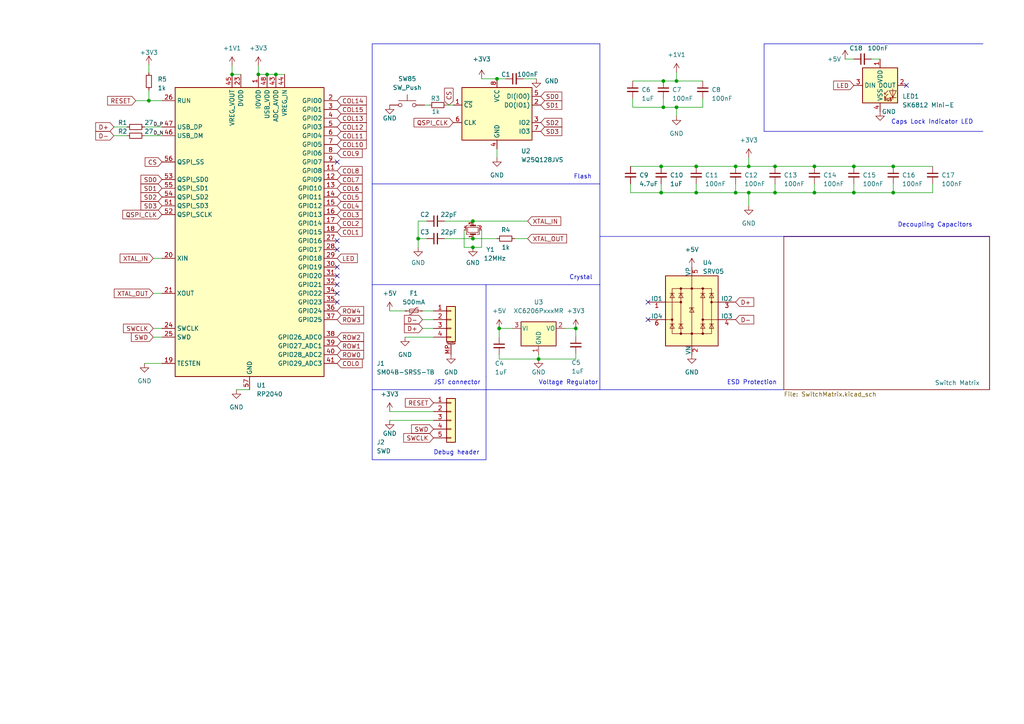
<source format=kicad_sch>
(kicad_sch (version 20230121) (generator eeschema)
  (paper "A4")
  (title_block (title "RPNeko65") (rev "1") (company "Designed by lendun") (comment 1 "MIT License"))
  (lib_symbols
    (symbol "+3V3_1" (power) (pin_names (offset 0))
      (property "Value" "+3V3_1" (at 0 3.556 0))
      (symbol "+3V3_1_0_1"
        (polyline (pts (xy -0.762 1.27) (xy 0 2.54)))
        (polyline (pts (xy 0 0) (xy 0 2.54)))
        (polyline (pts (xy 0 2.54) (xy 0.762 1.27)))
      )
      (symbol "+3V3_1_1_1"
        (pin power_in line (at 0 0 90) (length 0) hide (name "+3V3") (number "1"))
      )
    )
    (symbol "+3V3_2" (power) (pin_names (offset 0))
      (property "Value" "+3V3_2" (at 0 3.556 0))
      (symbol "+3V3_2_0_1"
        (polyline (pts (xy -0.762 1.27) (xy 0 2.54)))
        (polyline (pts (xy 0 0) (xy 0 2.54)))
        (polyline (pts (xy 0 2.54) (xy 0.762 1.27)))
      )
      (symbol "+3V3_2_1_1"
        (pin power_in line (at 0 0 90) (length 0) hide (name "+3V3") (number "1"))
      )
    )
    (symbol "Connector_Generic:Conn_01x05" (pin_names (offset 1.016) hide)
      (property "Reference" "J" (at 0 7.62 0))
      (property "Value" "Conn_01x05" (at 0 -7.62 0))
      (symbol "Conn_01x05_1_1"
        (rectangle (start -1.27 -4.953) (end 0 -5.207) (stroke (width 0.1524)))
        (rectangle (start -1.27 -2.413) (end 0 -2.667) (stroke (width 0.1524)))
        (rectangle (start -1.27 0.127) (end 0 -0.127) (stroke (width 0.1524)))
        (rectangle (start -1.27 2.667) (end 0 2.413) (stroke (width 0.1524)))
        (rectangle (start -1.27 5.207) (end 0 4.953) (stroke (width 0.1524)))
        (rectangle (start -1.27 6.35) (end 1.27 -6.35) (stroke (width 0.254)) (fill (type background)))
        (pin passive line (at -5.08 5.08 0) (length 3.81) (name "Pin_1") (number "1"))
        (pin passive line (at -5.08 2.54 0) (length 3.81) (name "Pin_2") (number "2"))
        (pin passive line (at -5.08 0 0) (length 3.81) (name "Pin_3") (number "3"))
        (pin passive line (at -5.08 -2.54 0) (length 3.81) (name "Pin_4") (number "4"))
        (pin passive line (at -5.08 -5.08 0) (length 3.81) (name "Pin_5") (number "5"))
      )
    )
    (symbol "Connector_Generic_MountingPin:Conn_01x04_MountingPin" (pin_names (offset 1.016) hide)
      (property "Reference" "J" (at 0 5.08 0))
      (property "Value" "Conn_01x04_MountingPin" (at 1.27 -7.62 0))
      (symbol "Conn_01x04_MountingPin_1_1"
        (rectangle (start -1.27 -4.953) (end 0 -5.207) (stroke (width 0.1524)))
        (rectangle (start -1.27 -2.413) (end 0 -2.667) (stroke (width 0.1524)))
        (rectangle (start -1.27 0.127) (end 0 -0.127) (stroke (width 0.1524)))
        (rectangle (start -1.27 2.667) (end 0 2.413) (stroke (width 0.1524)))
        (rectangle (start -1.27 3.81) (end 1.27 -6.35) (stroke (width 0.254)) (fill (type background)))
        (polyline (pts (xy -1.016 -7.112) (xy 1.016 -7.112)) (stroke (width 0.1524)))
        (text "Mounting" (at 0 -6.731 0) (effects (font (size 0.381 0.381))))
        (pin passive line (at -5.08 2.54 0) (length 3.81) (name "Pin_1") (number "1"))
        (pin passive line (at -5.08 0 0) (length 3.81) (name "Pin_2") (number "2"))
        (pin passive line (at -5.08 -2.54 0) (length 3.81) (name "Pin_3") (number "3"))
        (pin passive line (at -5.08 -5.08 0) (length 3.81) (name "Pin_4") (number "4"))
        (pin passive line (at 0 -10.16 90) (length 3.048) (name "MountPin") (number "MP"))
      )
    )
    (symbol "Device:C_Small" (pin_numbers hide) (pin_names (offset 0.254) hide)
      (property "Reference" "C" (at 0.254 1.778 0))
      (property "Value" "C_Small" (at 0.254 -2.032 0))
      (symbol "C_Small_0_1"
        (polyline (pts (xy -1.524 -0.508) (xy 1.524 -0.508)) (stroke (width 0.3302)))
        (polyline (pts (xy -1.524 0.508) (xy 1.524 0.508)) (stroke (width 0.3048)))
      )
      (symbol "C_Small_1_1"
        (pin passive line (at 0 2.54 270) (length 2.032) (name "~") (number "1"))
        (pin passive line (at 0 -2.54 90) (length 2.032) (name "~") (number "2"))
      )
    )
    (symbol "Device:Crystal_GND24_Small" (pin_names (offset 1.016) hide)
      (property "Reference" "Y" (at 1.27 4.445 0))
      (property "Value" "Crystal_GND24_Small" (at 1.27 2.54 0))
      (symbol "Crystal_GND24_Small_0_1"
        (rectangle (start -0.762 -1.524) (end 0.762 1.524))
        (polyline (pts (xy -1.27 -0.762) (xy -1.27 0.762)) (stroke (width 0.381)))
        (polyline (pts (xy 1.27 -0.762) (xy 1.27 0.762)) (stroke (width 0.381)))
        (polyline (pts (xy -1.27 -1.27) (xy -1.27 -1.905) (xy 1.27 -1.905) (xy 1.27 -1.27)))
        (polyline (pts (xy -1.27 1.27) (xy -1.27 1.905) (xy 1.27 1.905) (xy 1.27 1.27)))
      )
      (symbol "Crystal_GND24_Small_1_1"
        (pin passive line (at -2.54 0 0) (length 1.27) (name "1") (number "1"))
        (pin passive line (at 0 -2.54 90) (length 0.635) (name "2") (number "2"))
        (pin passive line (at 2.54 0 180) (length 1.27) (name "3") (number "3"))
        (pin passive line (at 0 2.54 270) (length 0.635) (name "4") (number "4"))
      )
    )
    (symbol "Device:Polyfuse_Small" (pin_numbers hide) (pin_names (offset 0))
      (property "Reference" "F" (at -1.905 0 90))
      (property "Value" "Polyfuse_Small" (at 1.905 0 90))
      (symbol "Polyfuse_Small_0_1"
        (rectangle (start -0.508 1.27) (end 0.508 -1.27))
        (polyline (pts (xy 0 2.54) (xy 0 -2.54)))
        (polyline (pts (xy -1.016 1.27) (xy -1.016 0.762) (xy 1.016 -0.762) (xy 1.016 -1.27)))
      )
      (symbol "Polyfuse_Small_1_1"
        (pin passive line (at 0 2.54 270) (length 0.635) (name "~") (number "1"))
        (pin passive line (at 0 -2.54 90) (length 0.635) (name "~") (number "2"))
      )
    )
    (symbol "Device:R_Small" (pin_numbers hide) (pin_names (offset 0.254) hide)
      (property "Reference" "R" (at 0.762 0.508 0))
      (property "Value" "R_Small" (at 0.762 -1.016 0))
      (symbol "R_Small_0_1"
        (rectangle (start -0.762 1.778) (end 0.762 -1.778) (stroke (width 0.2032)))
      )
      (symbol "R_Small_1_1"
        (pin passive line (at 0 2.54 270) (length 0.762) (name "~") (number "1"))
        (pin passive line (at 0 -2.54 90) (length 0.762) (name "~") (number "2"))
      )
    )
    (symbol "GND_1" (power) (pin_names (offset 0))
      (property "Value" "GND_1" (at 0 -3.81 0))
      (symbol "GND_1_0_1"
        (polyline (pts (xy 0 0) (xy 0 -1.27) (xy 1.27 -1.27) (xy 0 -2.54) (xy -1.27 -1.27) (xy 0 -1.27)))
      )
      (symbol "GND_1_1_1"
        (pin power_in line (at 0 0 270) (length 0) hide (name "GND") (number "1"))
      )
    )
    (symbol "GND_2" (power) (pin_names (offset 0))
      (property "Value" "GND_2" (at 0 -3.81 0))
      (symbol "GND_2_0_1"
        (polyline (pts (xy 0 0) (xy 0 -1.27) (xy 1.27 -1.27) (xy 0 -2.54) (xy -1.27 -1.27) (xy 0 -1.27)))
      )
      (symbol "GND_2_1_1"
        (pin power_in line (at 0 0 270) (length 0) hide (name "GND") (number "1"))
      )
    )
    (symbol "MCU_RaspberryPi:RP2040"
      (property "Reference" "U" (at 17.78 45.72 0))
      (property "Value" "RP2040" (at 17.78 43.18 0))
      (symbol "RP2040_0_1"
        (rectangle (start -21.59 41.91) (end 21.59 -41.91) (stroke (width 0.254)) (fill (type background)))
      )
      (symbol "RP2040_1_1"
        (pin power_in line (at 2.54 45.72 270) (length 3.81) (name "IOVDD") (number "1"))
        (pin passive line (at 2.54 45.72 270) (length 3.81) hide (name "IOVDD") (number "10"))
        (pin bidirectional line (at 25.4 17.78 180) (length 3.81) (name "GPIO8") (number "11"))
        (pin bidirectional line (at 25.4 15.24 180) (length 3.81) (name "GPIO9") (number "12"))
        (pin bidirectional line (at 25.4 12.7 180) (length 3.81) (name "GPIO10") (number "13"))
        (pin bidirectional line (at 25.4 10.16 180) (length 3.81) (name "GPIO11") (number "14"))
        (pin bidirectional line (at 25.4 7.62 180) (length 3.81) (name "GPIO12") (number "15"))
        (pin bidirectional line (at 25.4 5.08 180) (length 3.81) (name "GPIO13") (number "16"))
        (pin bidirectional line (at 25.4 2.54 180) (length 3.81) (name "GPIO14") (number "17"))
        (pin bidirectional line (at 25.4 0 180) (length 3.81) (name "GPIO15") (number "18"))
        (pin input line (at -25.4 -38.1 0) (length 3.81) (name "TESTEN") (number "19"))
        (pin bidirectional line (at 25.4 38.1 180) (length 3.81) (name "GPIO0") (number "2"))
        (pin input line (at -25.4 -7.62 0) (length 3.81) (name "XIN") (number "20"))
        (pin passive line (at -25.4 -17.78 0) (length 3.81) (name "XOUT") (number "21"))
        (pin passive line (at 2.54 45.72 270) (length 3.81) hide (name "IOVDD") (number "22"))
        (pin power_in line (at -2.54 45.72 270) (length 3.81) (name "DVDD") (number "23"))
        (pin output line (at -25.4 -27.94 0) (length 3.81) (name "SWCLK") (number "24"))
        (pin bidirectional line (at -25.4 -30.48 0) (length 3.81) (name "SWD") (number "25"))
        (pin input line (at -25.4 38.1 0) (length 3.81) (name "RUN") (number "26"))
        (pin bidirectional line (at 25.4 -2.54 180) (length 3.81) (name "GPIO16") (number "27"))
        (pin bidirectional line (at 25.4 -5.08 180) (length 3.81) (name "GPIO17") (number "28"))
        (pin bidirectional line (at 25.4 -7.62 180) (length 3.81) (name "GPIO18") (number "29"))
        (pin bidirectional line (at 25.4 35.56 180) (length 3.81) (name "GPIO1") (number "3"))
        (pin bidirectional line (at 25.4 -10.16 180) (length 3.81) (name "GPIO19") (number "30"))
        (pin bidirectional line (at 25.4 -12.7 180) (length 3.81) (name "GPIO20") (number "31"))
        (pin bidirectional line (at 25.4 -15.24 180) (length 3.81) (name "GPIO21") (number "32"))
        (pin passive line (at 2.54 45.72 270) (length 3.81) hide (name "IOVDD") (number "33"))
        (pin bidirectional line (at 25.4 -17.78 180) (length 3.81) (name "GPIO22") (number "34"))
        (pin bidirectional line (at 25.4 -20.32 180) (length 3.81) (name "GPIO23") (number "35"))
        (pin bidirectional line (at 25.4 -22.86 180) (length 3.81) (name "GPIO24") (number "36"))
        (pin bidirectional line (at 25.4 -25.4 180) (length 3.81) (name "GPIO25") (number "37"))
        (pin bidirectional line (at 25.4 -30.48 180) (length 3.81) (name "GPIO26_ADC0") (number "38"))
        (pin bidirectional line (at 25.4 -33.02 180) (length 3.81) (name "GPIO27_ADC1") (number "39"))
        (pin bidirectional line (at 25.4 33.02 180) (length 3.81) (name "GPIO2") (number "4"))
        (pin bidirectional line (at 25.4 -35.56 180) (length 3.81) (name "GPIO28_ADC2") (number "40"))
        (pin bidirectional line (at 25.4 -38.1 180) (length 3.81) (name "GPIO29_ADC3") (number "41"))
        (pin passive line (at 2.54 45.72 270) (length 3.81) hide (name "IOVDD") (number "42"))
        (pin power_in line (at 7.62 45.72 270) (length 3.81) (name "ADC_AVDD") (number "43"))
        (pin power_in line (at 10.16 45.72 270) (length 3.81) (name "VREG_IN") (number "44"))
        (pin power_out line (at -5.08 45.72 270) (length 3.81) (name "VREG_VOUT") (number "45"))
        (pin bidirectional line (at -25.4 27.94 0) (length 3.81) (name "USB_DM") (number "46"))
        (pin bidirectional line (at -25.4 30.48 0) (length 3.81) (name "USB_DP") (number "47"))
        (pin power_in line (at 5.08 45.72 270) (length 3.81) (name "USB_VDD") (number "48"))
        (pin passive line (at 2.54 45.72 270) (length 3.81) hide (name "IOVDD") (number "49"))
        (pin bidirectional line (at 25.4 30.48 180) (length 3.81) (name "GPIO3") (number "5"))
        (pin passive line (at -2.54 45.72 270) (length 3.81) hide (name "DVDD") (number "50"))
        (pin bidirectional line (at -25.4 7.62 0) (length 3.81) (name "QSPI_SD3") (number "51"))
        (pin output line (at -25.4 5.08 0) (length 3.81) (name "QSPI_SCLK") (number "52"))
        (pin bidirectional line (at -25.4 15.24 0) (length 3.81) (name "QSPI_SD0") (number "53"))
        (pin bidirectional line (at -25.4 10.16 0) (length 3.81) (name "QSPI_SD2") (number "54"))
        (pin bidirectional line (at -25.4 12.7 0) (length 3.81) (name "QSPI_SD1") (number "55"))
        (pin bidirectional line (at -25.4 20.32 0) (length 3.81) (name "QSPI_SS") (number "56"))
        (pin power_in line (at 0 -45.72 90) (length 3.81) (name "GND") (number "57"))
        (pin bidirectional line (at 25.4 27.94 180) (length 3.81) (name "GPIO4") (number "6"))
        (pin bidirectional line (at 25.4 25.4 180) (length 3.81) (name "GPIO5") (number "7"))
        (pin bidirectional line (at 25.4 22.86 180) (length 3.81) (name "GPIO6") (number "8"))
        (pin bidirectional line (at 25.4 20.32 180) (length 3.81) (name "GPIO7") (number "9"))
      )
    )
    (symbol "Memory_Flash:W25Q128JVS"
      (property "Reference" "U" (at -8.89 8.89 0))
      (property "Value" "W25Q128JVS" (at 7.62 8.89 0))
      (symbol "W25Q128JVS_0_1"
        (rectangle (start -10.16 7.62) (end 10.16 -7.62) (stroke (width 0.254)) (fill (type background)))
      )
      (symbol "W25Q128JVS_1_1"
        (pin input line (at -12.7 2.54 0) (length 2.54) (name "~{CS}") (number "1"))
        (pin bidirectional line (at 12.7 2.54 180) (length 2.54) (name "DO(IO1)") (number "2"))
        (pin bidirectional line (at 12.7 -2.54 180) (length 2.54) (name "IO2") (number "3"))
        (pin power_in line (at 0 -10.16 90) (length 2.54) (name "GND") (number "4"))
        (pin bidirectional line (at 12.7 5.08 180) (length 2.54) (name "DI(IO0)") (number "5"))
        (pin input line (at -12.7 -2.54 0) (length 2.54) (name "CLK") (number "6"))
        (pin bidirectional line (at 12.7 -5.08 180) (length 2.54) (name "IO3") (number "7"))
        (pin power_in line (at 0 10.16 270) (length 2.54) (name "VCC") (number "8"))
      )
    )
    (symbol "Regulator_Linear:XC6206PxxxMR" (pin_names (offset 0.254))
      (property "Reference" "U" (at -3.81 3.175 0))
      (property "Value" "XC6206PxxxMR" (at 0 3.175 0))
      (symbol "XC6206PxxxMR_0_1"
        (rectangle (start -5.08 1.905) (end 5.08 -5.08) (stroke (width 0.254)) (fill (type background)))
      )
      (symbol "XC6206PxxxMR_1_1"
        (pin power_in line (at 0 -7.62 90) (length 2.54) (name "GND") (number "1"))
        (pin power_out line (at 7.62 0 180) (length 2.54) (name "VO") (number "2"))
        (pin power_in line (at -7.62 0 0) (length 2.54) (name "VI") (number "3"))
      )
    )
    (symbol "Switch:SW_Push" (pin_numbers hide) (pin_names (offset 1.016) hide)
      (property "Reference" "SW" (at 1.27 2.54 0))
      (property "Value" "SW_Push" (at 0 -1.524 0))
      (symbol "SW_Push_0_1"
        (circle (center -2.032 0) (radius 0.508))
        (polyline (pts (xy 0 1.27) (xy 0 3.048)))
        (polyline (pts (xy 2.54 1.27) (xy -2.54 1.27)))
        (circle (center 2.032 0) (radius 0.508))
        (pin passive line (at -5.08 0 0) (length 2.54) (name "1") (number "1"))
        (pin passive line (at 5.08 0 180) (length 2.54) (name "2") (number "2"))
      )
    )
    (symbol "marbastlib-mx:MX_SK6812MINI-E"
      (property "Reference" "LED" (at 2.54 -6.35 0))
      (property "Value" "MX_SK6812MINI-E" (at 10.16 6.35 0))
      (symbol "MX_SK6812MINI-E_0_0"
        (text "RGB" (at 2.286 -4.191 0) (effects (font (size 0.762 0.762))))
      )
      (symbol "MX_SK6812MINI-E_0_1"
        (polyline (pts (xy 1.27 -3.556) (xy 1.778 -3.556)))
        (polyline (pts (xy 1.27 -2.54) (xy 1.778 -2.54)))
        (polyline (pts (xy 4.699 -3.556) (xy 2.667 -3.556)))
        (polyline (pts (xy 2.286 -2.54) (xy 1.27 -3.556) (xy 1.27 -3.048)))
        (polyline (pts (xy 2.286 -1.524) (xy 1.27 -2.54) (xy 1.27 -2.032)))
        (polyline (pts (xy 3.683 -1.016) (xy 3.683 -3.556) (xy 3.683 -4.064)))
        (polyline (pts (xy 4.699 -1.524) (xy 2.667 -1.524) (xy 3.683 -3.556) (xy 4.699 -1.524)))
        (rectangle (start 5.08 5.08) (end -5.08 -5.08) (stroke (width 0.254)) (fill (type background)))
      )
      (symbol "MX_SK6812MINI-E_1_1"
        (pin power_in line (at 0 7.62 270) (length 2.54) (name "VDD") (number "1"))
        (pin output line (at 7.62 0 180) (length 2.54) (name "DOUT") (number "2"))
        (pin input line (at -7.62 0 0) (length 2.54) (name "DIN") (number "3"))
        (pin power_in line (at 0 -7.62 90) (length 2.54) (name "VSS") (number "4"))
      )
    )
    (symbol "marbastlib-various:SRV05-4" (pin_names (offset 0))
      (property "Reference" "U" (at -5.08 11.43 0))
      (property "Value" "SRV05-4" (at 2.54 11.43 0))
      (symbol "SRV05-4_0_0"
        (rectangle (start -5.715 6.477) (end 5.715 -6.604))
        (polyline (pts (xy -3.175 -6.604) (xy -3.175 6.477)))
        (polyline (pts (xy 3.175 6.477) (xy 3.175 -6.604)))
      )
      (symbol "SRV05-4_0_1"
        (rectangle (start -7.62 10.16) (end 7.62 -10.16) (stroke (width 0.254)) (fill (type background)))
        (circle (center -5.715 -2.54) (radius 0.2794) (fill (type outline)))
        (circle (center -3.175 -6.604) (radius 0.2794) (fill (type outline)))
        (circle (center -3.175 2.54) (radius 0.2794) (fill (type outline)))
        (circle (center -3.175 6.477) (radius 0.2794) (fill (type outline)))
        (circle (center 0 -6.604) (radius 0.2794) (fill (type outline)))
        (polyline (pts (xy -7.747 2.54) (xy -3.175 2.54)))
        (polyline (pts (xy -7.62 -2.54) (xy -5.715 -2.54)))
        (polyline (pts (xy -5.08 -3.81) (xy -6.35 -3.81)))
        (polyline (pts (xy -5.08 5.08) (xy -6.35 5.08)))
        (polyline (pts (xy -2.54 -3.81) (xy -3.81 -3.81)))
        (polyline (pts (xy -2.54 5.08) (xy -3.81 5.08)))
        (polyline (pts (xy 0 10.16) (xy 0 -10.16)))
        (polyline (pts (xy 3.81 -3.81) (xy 2.54 -3.81)))
        (polyline (pts (xy 3.81 5.08) (xy 2.54 5.08)))
        (polyline (pts (xy 6.35 -3.81) (xy 5.08 -3.81)))
        (polyline (pts (xy 6.35 5.08) (xy 5.08 5.08)))
        (polyline (pts (xy 7.62 -2.54) (xy 3.175 -2.54)))
        (polyline (pts (xy 7.62 2.54) (xy 5.715 2.54)))
        (polyline (pts (xy 0.635 0.889) (xy -0.635 0.889) (xy -0.635 0.635)))
        (polyline (pts (xy -5.08 -5.08) (xy -6.35 -5.08) (xy -5.715 -3.81) (xy -5.08 -5.08)))
        (polyline (pts (xy -5.08 3.81) (xy -6.35 3.81) (xy -5.715 5.08) (xy -5.08 3.81)))
        (polyline (pts (xy -2.54 -5.08) (xy -3.81 -5.08) (xy -3.175 -3.81) (xy -2.54 -5.08)))
        (polyline (pts (xy -2.54 3.81) (xy -3.81 3.81) (xy -3.175 5.08) (xy -2.54 3.81)))
        (polyline (pts (xy 0.635 -0.381) (xy -0.635 -0.381) (xy 0 0.889) (xy 0.635 -0.381)))
        (polyline (pts (xy 3.81 -5.08) (xy 2.54 -5.08) (xy 3.175 -3.81) (xy 3.81 -5.08)))
        (polyline (pts (xy 3.81 3.81) (xy 2.54 3.81) (xy 3.175 5.08) (xy 3.81 3.81)))
        (polyline (pts (xy 6.35 -5.08) (xy 5.08 -5.08) (xy 5.715 -3.81) (xy 6.35 -5.08)))
        (polyline (pts (xy 6.35 3.81) (xy 5.08 3.81) (xy 5.715 5.08) (xy 6.35 3.81)))
        (circle (center 0 6.477) (radius 0.2794) (fill (type outline)))
        (circle (center 3.175 -6.604) (radius 0.2794) (fill (type outline)))
        (circle (center 3.175 -2.54) (radius 0.2794) (fill (type outline)))
        (circle (center 3.175 6.477) (radius 0.2794) (fill (type outline)))
        (circle (center 5.715 2.54) (radius 0.2794) (fill (type outline)))
      )
      (symbol "SRV05-4_1_1"
        (pin passive line (at -12.7 2.54 0) (length 5.08) (name "IO1") (number "1"))
        (pin passive line (at 0 -12.7 90) (length 2.54) (name "VN") (number "2"))
        (pin passive line (at 12.7 2.54 180) (length 5.08) (name "IO2") (number "3"))
        (pin passive line (at 12.7 -2.54 180) (length 5.08) (name "IO3") (number "4"))
        (pin passive line (at 0 12.7 270) (length 2.54) (name "VP") (number "5"))
        (pin passive line (at -12.7 -2.54 0) (length 5.08) (name "IO4") (number "6"))
      )
    )
    (symbol "power:+1V1" (power) (pin_names (offset 0))
      (property "Value" "+1V1" (at 0 3.556 0))
      (symbol "+1V1_0_1"
        (polyline (pts (xy -0.762 1.27) (xy 0 2.54)))
        (polyline (pts (xy 0 0) (xy 0 2.54)))
        (polyline (pts (xy 0 2.54) (xy 0.762 1.27)))
      )
      (symbol "+1V1_1_1"
        (pin power_in line (at 0 0 90) (length 0) hide (name "+1V1") (number "1"))
      )
    )
    (symbol "power:+3V3" (power) (pin_names (offset 0))
      (property "Value" "+3V3" (at 0 3.556 0))
      (symbol "+3V3_0_1"
        (polyline (pts (xy -0.762 1.27) (xy 0 2.54)))
        (polyline (pts (xy 0 0) (xy 0 2.54)))
        (polyline (pts (xy 0 2.54) (xy 0.762 1.27)))
      )
      (symbol "+3V3_1_1"
        (pin power_in line (at 0 0 90) (length 0) hide (name "+3V3") (number "1"))
      )
    )
    (symbol "power:+5V" (power) (pin_names (offset 0))
      (property "Value" "+5V" (at 0 3.556 0))
      (symbol "+5V_0_1"
        (polyline (pts (xy -0.762 1.27) (xy 0 2.54)))
        (polyline (pts (xy 0 0) (xy 0 2.54)))
        (polyline (pts (xy 0 2.54) (xy 0.762 1.27)))
      )
      (symbol "+5V_1_1"
        (pin power_in line (at 0 0 90) (length 0) hide (name "+5V") (number "1"))
      )
    )
    (symbol "power:GND" (power) (pin_names (offset 0))
      (property "Value" "GND" (at 0 -3.81 0))
      (symbol "GND_0_1"
        (polyline (pts (xy 0 0) (xy 0 -1.27) (xy 1.27 -1.27) (xy 0 -2.54) (xy -1.27 -1.27) (xy 0 -1.27)))
      )
      (symbol "GND_1_1"
        (pin power_in line (at 0 0 270) (length 0) hide (name "GND") (number "1"))
      )
    )
  )
  (junction (at 196.215 23.495))
  (junction (at 80.01 21.59))
  (junction (at 213.36 48.26))
  (junction (at 77.47 21.59))
  (junction (at 144.78 95.25))
  (junction (at 156.21 104.14))
  (junction (at 74.93 21.59))
  (junction (at 191.77 55.88))
  (junction (at 167.005 95.25))
  (junction (at 247.65 48.26))
  (junction (at 191.77 48.26))
  (junction (at 121.285 69.215))
  (junction (at 67.31 21.59))
  (junction (at 137.16 69.215))
  (junction (at 247.65 55.88))
  (junction (at 192.405 23.495))
  (junction (at 137.16 71.755))
  (junction (at 196.215 31.115))
  (junction (at 137.16 64.135))
  (junction (at 217.17 48.26))
  (junction (at 213.36 55.88))
  (junction (at 192.405 31.115))
  (junction (at 259.08 48.26))
  (junction (at 201.93 55.88))
  (junction (at 217.17 55.88))
  (junction (at 201.93 48.26))
  (junction (at 43.18 29.21))
  (junction (at 236.22 48.26))
  (junction (at 224.79 48.26))
  (junction (at 259.08 55.88))
  (junction (at 236.22 55.88))
  (junction (at 144.145 22.86))
  (junction (at 224.79 55.88))
  (no_connect (at 262.89 24.765))
  (no_connect (at 97.79 82.55))
  (no_connect (at 97.79 77.47))
  (no_connect (at 187.96 87.63))
  (no_connect (at 97.79 85.09))
  (no_connect (at 187.96 92.71))
  (no_connect (at 97.79 69.85))
  (no_connect (at 97.79 80.01))
  (no_connect (at 97.79 72.39))
  (no_connect (at 97.79 87.63))
  (no_connect (at 97.79 46.99))
  (wire (pts (xy 74.93 21.59) (xy 77.47 21.59)))
  (wire (pts (xy 122.555 95.25) (xy 125.73 95.25)))
  (wire (pts (xy 134.62 71.755) (xy 137.16 71.755)))
  (wire (pts (xy 134.62 66.675) (xy 134.62 71.755)))
  (polyline (pts (xy 165.1 53.34) (xy 107.95 53.34)) (stroke (width 0) (type solid)))
  (polyline (pts (xy 285.75 68.58) (xy 287.02 68.58)) (stroke (width 0) (type solid)))
  (wire (pts (xy 44.45 95.25) (xy 46.99 95.25)))
  (wire (pts (xy 122.555 90.17) (xy 125.73 90.17)))
  (wire (pts (xy 74.93 19.05) (xy 74.93 21.59)))
  (wire (pts (xy 44.45 74.93) (xy 46.99 74.93)))
  (polyline (pts (xy 173.99 82.55) (xy 173.99 53.34)) (stroke (width 0) (type solid)))
  (wire (pts (xy 128.905 69.215) (xy 137.16 69.215)))
  (wire (pts (xy 144.78 104.14) (xy 156.21 104.14)))
  (wire (pts (xy 224.79 48.26) (xy 236.22 48.26)))
  (wire (pts (xy 259.08 55.88) (xy 270.51 55.88)))
  (wire (pts (xy 139.7 71.755) (xy 137.16 71.755)))
  (polyline (pts (xy 107.95 82.55) (xy 107.95 109.22)) (stroke (width 0) (type solid)))
  (wire (pts (xy 68.58 113.03) (xy 72.39 113.03)))
  (wire (pts (xy 77.47 21.59) (xy 80.01 21.59)))
  (polyline (pts (xy 173.99 68.58) (xy 285.75 68.58)) (stroke (width 0) (type solid)))
  (polyline (pts (xy 107.95 53.34) (xy 107.95 82.55)) (stroke (width 0) (type solid)))
  (wire (pts (xy 247.65 53.34) (xy 247.65 55.88)))
  (wire (pts (xy 217.17 55.88) (xy 217.17 59.69)))
  (polyline (pts (xy 107.95 109.22) (xy 107.95 113.03)) (stroke (width 0) (type solid)))
  (wire (pts (xy 167.005 102.616) (xy 167.005 104.14)))
  (wire (pts (xy 144.78 102.87) (xy 144.78 104.14)))
  (polyline (pts (xy 173.99 12.7) (xy 165.1 12.7)) (stroke (width 0) (type solid)))
  (wire (pts (xy 129.54 30.48) (xy 131.445 30.48)))
  (polyline (pts (xy 107.95 113.03) (xy 107.95 133.35)) (stroke (width 0) (type solid)))
  (wire (pts (xy 236.22 48.26) (xy 247.65 48.26)))
  (wire (pts (xy 123.825 69.215) (xy 121.285 69.215)))
  (wire (pts (xy 217.17 48.26) (xy 224.79 48.26)))
  (polyline (pts (xy 221.615 12.7) (xy 285.115 12.7)) (stroke (width 0) (type solid)))
  (wire (pts (xy 156.21 102.87) (xy 156.21 104.14)))
  (wire (pts (xy 163.83 95.25) (xy 167.005 95.25)))
  (polyline (pts (xy 173.99 82.55) (xy 165.1 82.55)) (stroke (width 0) (type solid)))
  (polyline (pts (xy 173.99 113.03) (xy 227.33 113.03)) (stroke (width 0) (type solid)))
  (wire (pts (xy 43.18 18.796) (xy 43.18 21.082)))
  (wire (pts (xy 43.18 26.162) (xy 43.18 29.21)))
  (wire (pts (xy 224.79 55.88) (xy 236.22 55.88)))
  (polyline (pts (xy 173.99 53.34) (xy 165.1 53.34)) (stroke (width 0) (type solid)))
  (wire (pts (xy 192.405 28.575) (xy 192.405 31.115)))
  (wire (pts (xy 213.36 53.34) (xy 213.36 55.88)))
  (wire (pts (xy 183.515 28.575) (xy 183.515 31.115)))
  (wire (pts (xy 236.22 53.34) (xy 236.22 55.88)))
  (wire (pts (xy 39.37 29.21) (xy 43.18 29.21)))
  (wire (pts (xy 121.285 69.215) (xy 121.285 71.755)))
  (wire (pts (xy 270.51 55.88) (xy 270.51 53.34)))
  (wire (pts (xy 259.08 53.34) (xy 259.08 55.88)))
  (wire (pts (xy 167.005 104.14) (xy 156.21 104.14)))
  (wire (pts (xy 113.03 119.38) (xy 125.73 119.38)))
  (polyline (pts (xy 173.99 53.34) (xy 173.99 12.7)) (stroke (width 0) (type solid)))
  (wire (pts (xy 121.285 69.215) (xy 121.285 64.135)))
  (wire (pts (xy 191.77 48.26) (xy 201.93 48.26)))
  (wire (pts (xy 192.405 23.495) (xy 196.215 23.495)))
  (wire (pts (xy 44.45 85.09) (xy 46.99 85.09)))
  (wire (pts (xy 144.145 22.86) (xy 146.685 22.86)))
  (polyline (pts (xy 221.615 12.7) (xy 221.615 38.1)) (stroke (width 0) (type solid)))
  (polyline (pts (xy 173.99 113.03) (xy 173.99 82.55)) (stroke (width 0) (type solid)))
  (wire (pts (xy 182.88 53.34) (xy 182.88 55.88)))
  (wire (pts (xy 196.215 31.115) (xy 196.215 33.655)))
  (wire (pts (xy 151.765 22.86) (xy 155.575 22.86)))
  (wire (pts (xy 128.905 64.135) (xy 137.16 64.135)))
  (polyline (pts (xy 107.95 12.7) (xy 165.1 12.7)) (stroke (width 0) (type solid)))
  (wire (pts (xy 41.91 39.37) (xy 46.99 39.37)))
  (wire (pts (xy 144.145 43.18) (xy 144.145 45.72)))
  (wire (pts (xy 44.45 97.79) (xy 46.99 97.79)))
  (wire (pts (xy 117.475 97.79) (xy 125.73 97.79)))
  (polyline (pts (xy 107.95 113.03) (xy 173.99 113.03)) (stroke (width 0) (type solid)))
  (wire (pts (xy 183.515 23.495) (xy 192.405 23.495)))
  (polyline (pts (xy 221.615 38.1) (xy 285.115 38.1)) (stroke (width 0) (type solid)))
  (wire (pts (xy 201.93 48.26) (xy 213.36 48.26)))
  (wire (pts (xy 245.11 17.145) (xy 247.65 17.145)))
  (wire (pts (xy 123.19 30.48) (xy 124.46 30.48)))
  (wire (pts (xy 33.02 39.37) (xy 36.83 39.37)))
  (wire (pts (xy 149.225 69.215) (xy 153.035 69.215)))
  (wire (pts (xy 247.65 55.88) (xy 259.08 55.88)))
  (wire (pts (xy 224.79 53.34) (xy 224.79 55.88)))
  (wire (pts (xy 67.31 21.59) (xy 69.85 21.59)))
  (wire (pts (xy 33.02 36.83) (xy 36.83 36.83)))
  (wire (pts (xy 196.215 31.115) (xy 203.835 31.115)))
  (polyline (pts (xy 140.97 109.22) (xy 140.97 82.55)) (stroke (width 0) (type solid)))
  (wire (pts (xy 121.285 64.135) (xy 123.825 64.135)))
  (wire (pts (xy 43.18 29.21) (xy 46.99 29.21)))
  (wire (pts (xy 137.16 64.135) (xy 153.035 64.135)))
  (wire (pts (xy 167.005 95.25) (xy 167.005 97.536)))
  (wire (pts (xy 139.7 66.675) (xy 139.7 71.755)))
  (polyline (pts (xy 140.97 109.22) (xy 140.97 113.03)) (stroke (width 0) (type solid)))
  (polyline (pts (xy 107.95 53.34) (xy 107.95 12.7)) (stroke (width 0) (type solid)))
  (wire (pts (xy 41.91 105.41) (xy 46.99 105.41)))
  (wire (pts (xy 201.93 55.88) (xy 213.36 55.88)))
  (wire (pts (xy 236.22 55.88) (xy 247.65 55.88)))
  (wire (pts (xy 192.405 31.115) (xy 196.215 31.115)))
  (polyline (pts (xy 140.97 113.03) (xy 140.97 133.35)) (stroke (width 0) (type solid)))
  (wire (pts (xy 203.835 31.115) (xy 203.835 28.575)))
  (wire (pts (xy 80.01 21.59) (xy 82.55 21.59)))
  (wire (pts (xy 213.36 55.88) (xy 217.17 55.88)))
  (wire (pts (xy 139.7 22.86) (xy 144.145 22.86)))
  (wire (pts (xy 252.73 17.145) (xy 255.27 17.145)))
  (wire (pts (xy 217.17 45.72) (xy 217.17 48.26)))
  (wire (pts (xy 144.78 95.25) (xy 148.59 95.25)))
  (wire (pts (xy 183.515 31.115) (xy 192.405 31.115)))
  (wire (pts (xy 67.31 19.05) (xy 67.31 21.59)))
  (wire (pts (xy 247.65 48.26) (xy 259.08 48.26)))
  (polyline (pts (xy 140.97 133.35) (xy 107.95 133.35)) (stroke (width 0) (type solid)))
  (wire (pts (xy 259.08 48.26) (xy 270.51 48.26)))
  (wire (pts (xy 182.88 48.26) (xy 191.77 48.26)))
  (wire (pts (xy 144.78 95.25) (xy 144.78 97.79)))
  (wire (pts (xy 137.16 69.215) (xy 144.145 69.215)))
  (wire (pts (xy 217.17 55.88) (xy 224.79 55.88)))
  (wire (pts (xy 113.03 121.92) (xy 125.73 121.92)))
  (wire (pts (xy 191.77 55.88) (xy 201.93 55.88)))
  (wire (pts (xy 213.36 48.26) (xy 217.17 48.26)))
  (wire (pts (xy 191.77 53.34) (xy 191.77 55.88)))
  (polyline (pts (xy 165.1 82.55) (xy 107.95 82.55)) (stroke (width 0) (type solid)))
  (wire (pts (xy 122.555 92.71) (xy 125.73 92.71)))
  (wire (pts (xy 196.215 20.955) (xy 196.215 23.495)))
  (wire (pts (xy 182.88 55.88) (xy 191.77 55.88)))
  (wire (pts (xy 113.03 90.17) (xy 117.475 90.17)))
  (wire (pts (xy 41.91 36.83) (xy 46.99 36.83)))
  (wire (pts (xy 196.215 23.495) (xy 203.835 23.495)))
  (wire (pts (xy 201.93 53.34) (xy 201.93 55.88)))
  (text "Voltage Regulator" (at 156.21 111.76 0) (effects (font (size 1.27 1.27)) (justify left bottom)))
  (text "Flash\n" (at 166.37 52.07 0) (effects (font (size 1.27 1.27)) (justify left bottom)))
  (text "JST connector" (at 125.73 111.76 0) (effects (font (size 1.27 1.27)) (justify left bottom)))
  (text "ESD Protection" (at 210.82 111.76 0) (effects (font (size 1.27 1.27)) (justify left bottom)))
  (text "Crystal" (at 165.1 81.28 0) (effects (font (size 1.27 1.27)) (justify left bottom)))
  (text "Caps Lock Indicator LED" (at 258.445 36.195 0) (effects (font (size 1.27 1.27)) (justify left bottom)))
  (text "Decoupling Capacitors" (at 260.35 66.04 0) (effects (font (size 1.27 1.27)) (justify left bottom)))
  (text "Debug header" (at 125.73 132.08 0) (effects (font (size 1.27 1.27)) (justify left bottom)))
  (label "D_P" (at 44.45 36.83 0) (effects (font (size 1 1))))
  (label "D_N" (at 44.45 39.37 0) (effects (font (size 1 1))))
  (global_label "XTAL_OUT" (shape input) (at 44.45 85.09 180) (property "Intersheetrefs" "${INTERSHEET_REFS}" (effects hide)))
  (global_label "COL11" (shape input) (at 97.79 39.37 0) (property "Intersheetrefs" "${INTERSHEET_REFS}" (effects hide)))
  (global_label "ROW1" (shape input) (at 97.79 100.33 0) (property "Intersheetrefs" "${INTERSHEET_REFS}" (effects hide)))
  (global_label "SD2" (shape input) (at 156.845 35.56 0) (property "Intersheetrefs" "${INTERSHEET_REFS}" (effects hide)))
  (global_label "COL9" (shape input) (at 97.79 44.45 0) (property "Intersheetrefs" "${INTERSHEET_REFS}" (effects hide)))
  (global_label "XTAL_IN" (shape input) (at 44.45 74.93 180) (property "Intersheetrefs" "${INTERSHEET_REFS}" (effects hide)))
  (global_label "D+" (shape input) (at 33.02 36.83 180) (property "Intersheetrefs" "${INTERSHEET_REFS}" (effects hide)))
  (global_label "LED" (shape input) (at 97.79 74.93 0) (property "Intersheetrefs" "${INTERSHEET_REFS}" (effects hide)))
  (global_label "CS" (shape input) (at 46.99 46.99 180) (property "Intersheetrefs" "${INTERSHEET_REFS}" (effects hide)))
  (global_label "SD3" (shape input) (at 156.845 38.1 0) (property "Intersheetrefs" "${INTERSHEET_REFS}" (effects hide)))
  (global_label "COL7" (shape input) (at 97.79 52.07 0) (property "Intersheetrefs" "${INTERSHEET_REFS}" (effects hide)))
  (global_label "QSPI_CLK" (shape input) (at 46.99 62.23 180) (property "Intersheetrefs" "${INTERSHEET_REFS}" (effects hide)))
  (global_label "ROW0" (shape input) (at 97.79 102.87 0) (property "Intersheetrefs" "${INTERSHEET_REFS}" (effects hide)))
  (global_label "SD1" (shape input) (at 156.845 30.48 0) (property "Intersheetrefs" "${INTERSHEET_REFS}" (effects hide)))
  (global_label "COL13" (shape input) (at 97.79 34.29 0) (property "Intersheetrefs" "${INTERSHEET_REFS}" (effects hide)))
  (global_label "RESET" (shape input) (at 39.37 29.21 180) (property "Intersheetrefs" "${INTERSHEET_REFS}" (effects hide)))
  (global_label "SWCLK" (shape input) (at 44.45 95.25 180) (property "Intersheetrefs" "${INTERSHEET_REFS}" (effects hide)))
  (global_label "COL12" (shape input) (at 97.79 36.83 0) (property "Intersheetrefs" "${INTERSHEET_REFS}" (effects hide)))
  (global_label "SWD" (shape input) (at 125.73 124.46 180) (property "Intersheetrefs" "${INTERSHEET_REFS}" (effects hide)))
  (global_label "COL5" (shape input) (at 97.79 57.15 0) (property "Intersheetrefs" "${INTERSHEET_REFS}" (effects hide)))
  (global_label "ROW2" (shape input) (at 97.79 97.79 0) (property "Intersheetrefs" "${INTERSHEET_REFS}" (effects hide)))
  (global_label "ROW4" (shape input) (at 97.79 90.17 0) (property "Intersheetrefs" "${INTERSHEET_REFS}" (effects hide)))
  (global_label "COL15" (shape input) (at 97.79 31.75 0) (property "Intersheetrefs" "${INTERSHEET_REFS}" (effects hide)))
  (global_label "SD0" (shape input) (at 156.845 27.94 0) (property "Intersheetrefs" "${INTERSHEET_REFS}" (effects hide)))
  (global_label "D-" (shape input) (at 213.36 92.71 0) (property "Intersheetrefs" "${INTERSHEET_REFS}" (effects hide)))
  (global_label "COL1" (shape input) (at 97.79 67.31 0) (property "Intersheetrefs" "${INTERSHEET_REFS}" (effects hide)))
  (global_label "SD1" (shape input) (at 46.99 54.61 180) (property "Intersheetrefs" "${INTERSHEET_REFS}" (effects hide)))
  (global_label "COL6" (shape input) (at 97.79 54.61 0) (property "Intersheetrefs" "${INTERSHEET_REFS}" (effects hide)))
  (global_label "SD2" (shape input) (at 46.99 57.15 180) (property "Intersheetrefs" "${INTERSHEET_REFS}" (effects hide)))
  (global_label "COL14" (shape input) (at 97.79 29.21 0) (property "Intersheetrefs" "${INTERSHEET_REFS}" (effects hide)))
  (global_label "ROW3" (shape input) (at 97.79 92.71 0) (property "Intersheetrefs" "${INTERSHEET_REFS}" (effects hide)))
  (global_label "SWCLK" (shape input) (at 125.73 127 180) (property "Intersheetrefs" "${INTERSHEET_REFS}" (effects hide)))
  (global_label "XTAL_IN" (shape input) (at 153.035 64.135 0) (property "Intersheetrefs" "${INTERSHEET_REFS}" (effects hide)))
  (global_label "COL3" (shape input) (at 97.79 62.23 0) (property "Intersheetrefs" "${INTERSHEET_REFS}" (effects hide)))
  (global_label "SD0" (shape input) (at 46.99 52.07 180) (property "Intersheetrefs" "${INTERSHEET_REFS}" (effects hide)))
  (global_label "D-" (shape input) (at 33.02 39.37 180) (property "Intersheetrefs" "${INTERSHEET_REFS}" (effects hide)))
  (global_label "COL4" (shape input) (at 97.79 59.69 0) (property "Intersheetrefs" "${INTERSHEET_REFS}" (effects hide)))
  (global_label "QSPI_CLK" (shape input) (at 131.445 35.56 180) (property "Intersheetrefs" "${INTERSHEET_REFS}" (effects hide)))
  (global_label "LED" (shape input) (at 247.65 24.765 180) (property "Intersheetrefs" "${INTERSHEET_REFS}" (effects hide)))
  (global_label "COL8" (shape input) (at 97.79 49.53 0) (property "Intersheetrefs" "${INTERSHEET_REFS}" (effects hide)))
  (global_label "D+" (shape input) (at 122.555 95.25 180) (property "Intersheetrefs" "${INTERSHEET_REFS}" (effects hide)))
  (global_label "COL2" (shape input) (at 97.79 64.77 0) (property "Intersheetrefs" "${INTERSHEET_REFS}" (effects hide)))
  (global_label "COL10" (shape input) (at 97.79 41.91 0) (property "Intersheetrefs" "${INTERSHEET_REFS}" (effects hide)))
  (global_label "XTAL_OUT" (shape input) (at 153.035 69.215 0) (property "Intersheetrefs" "${INTERSHEET_REFS}" (effects hide)))
  (global_label "D+" (shape input) (at 213.36 87.63 0) (property "Intersheetrefs" "${INTERSHEET_REFS}" (effects hide)))
  (global_label "RESET" (shape input) (at 125.73 116.84 180) (property "Intersheetrefs" "${INTERSHEET_REFS}" (effects hide)))
  (global_label "SWD" (shape input) (at 44.45 97.79 180) (property "Intersheetrefs" "${INTERSHEET_REFS}" (effects hide)))
  (global_label "SD3" (shape input) (at 46.99 59.69 180) (property "Intersheetrefs" "${INTERSHEET_REFS}" (effects hide)))
  (global_label "CS" (shape input) (at 130.175 30.48 90) (property "Intersheetrefs" "${INTERSHEET_REFS}" (effects hide)))
  (global_label "D-" (shape input) (at 122.555 92.71 180) (property "Intersheetrefs" "${INTERSHEET_REFS}" (effects hide)))
  (global_label "COL0" (shape input) (at 97.79 105.41 0) (property "Intersheetrefs" "${INTERSHEET_REFS}" (effects hide)))
  (symbol (lib_id "power:GND") (at 117.475 97.79 0) (unit 1)
    (property "Reference" "#PWR0107" (effects hide))
    (property "Value" "GND" (at 117.475 102.87 0))
  )
  (symbol (lib_id "power:GND") (at 68.58 113.03 0) (unit 1)
    (property "Reference" "#PWR0115" (effects hide))
    (property "Value" "GND" (at 68.58 118.11 0))
  )
  (symbol (lib_id "power:+5V") (at 200.66 77.47 0) (unit 1)
    (property "Reference" "#PWR0123" (effects hide))
    (property "Value" "+5V" (at 200.66 72.39 0))
  )
  (symbol (lib_id "power:+3V3") (at 74.93 19.05 0) (unit 1)
    (property "Reference" "#PWR0117" (effects hide))
    (property "Value" "+3V3" (at 74.93 13.97 0))
  )
  (symbol (lib_id "Switch:SW_Push") (at 118.11 30.48 0) (unit 1)
    (property "Reference" "SW85" (at 118.11 22.86 0))
    (property "Value" "SW_Push" (at 118.11 25.4 0))
    (property "Footprint" "Button_Switch_SMD:SW_SPST_SKQG_WithStem" (effects hide))
  )
  (symbol (lib_id "Device:Crystal_GND24_Small") (at 137.16 66.675 90) (unit 1)
    (property "Reference" "Y1" (at 142.24 72.39 90))
    (property "Value" "12MHz" (at 143.51 74.93 90))
    (property "Footprint" "Crystal:Crystal_SMD_3225-4Pin_3.2x2.5mm" (effects hide))
  )
  (symbol (lib_id "power:+3V3") (at 139.7 22.86 0) (unit 1)
    (property "Reference" "#PWR0101" (effects hide))
    (property "Value" "+3V3" (at 139.7 17.145 0))
  )
  (symbol (lib_id "power:+5V") (at 144.78 95.25 0) (unit 1)
    (property "Reference" "#PWR0121" (effects hide))
    (property "Value" "+5V" (at 144.78 90.17 0))
  )
  (symbol (lib_id "Connector_Generic_MountingPin:Conn_01x04_MountingPin") (at 130.81 92.71 0) (unit 1)
    (property "Reference" "J1" (at 109.22 105.41 0) (effects (justify left)))
    (property "Value" "SM04B-SRSS-TB" (at 109.22 107.95 0) (effects (justify left)))
    (property "Footprint" "Connector_JST:JST_SH_SM04B-SRSS-TB_1x04-1MP_P1.00mm_Horizontal" (effects hide))
  )
  (symbol (lib_id "Device:C_Small") (at 144.78 100.33 0) (unit 1)
    (property "Reference" "C4" (at 143.51 105.41 0) (effects (justify left)))
    (property "Value" "1uF" (at 143.51 107.95 0) (effects (justify left)))
    (property "Footprint" "Capacitor_SMD:C_0402_1005Metric" (effects hide))
  )
  (symbol (lib_id "power:GND") (at 217.17 59.69 0) (unit 1)
    (property "Reference" "#PWR0104" (effects hide))
    (property "Value" "GND" (at 217.17 64.77 0))
  )
  (symbol (lib_id "Device:Polyfuse_Small") (at 120.015 90.17 90) (unit 1)
    (property "Reference" "F1" (at 120.015 85.09 90))
    (property "Value" "500mA" (at 120.015 87.63 90))
    (property "Footprint" "Fuse:Fuse_1206_3216Metric" (effects hide))
  )
  (symbol (lib_id "power:GND") (at 41.91 105.41 0) (unit 1)
    (property "Reference" "#PWR0113" (effects hide))
    (property "Value" "GND" (at 41.91 110.49 0))
  )
  (symbol (lib_id "power:+3V3") (at 217.17 45.72 0) (unit 1)
    (property "Reference" "#PWR0110" (effects hide))
    (property "Value" "+3V3" (at 217.17 40.64 0))
  )
  (symbol (lib_id "Device:C_Small") (at 236.22 50.8 0) (unit 1)
    (property "Reference" "C14" (at 238.76 50.8 0) (effects (justify left)))
    (property "Value" "100nF" (at 238.76 53.34 0) (effects (justify left)))
    (property "Footprint" "Capacitor_SMD:C_0402_1005Metric" (effects hide))
  )
  (symbol (lib_id "power:GND") (at 137.16 71.755 0) (unit 1)
    (property "Reference" "#PWR0120" (effects hide))
    (property "Value" "GND" (at 137.16 76.2 0))
  )
  (symbol (lib_id "power:GND") (at 196.215 33.655 0) (unit 1)
    (property "Reference" "#PWR0111" (effects hide))
    (property "Value" "GND" (at 196.215 38.735 0))
  )
  (symbol (lib_id "power:GND") (at 156.21 104.14 0) (unit 1)
    (property "Reference" "#PWR0118" (effects hide))
    (property "Value" "GND" (at 156.21 107.95 0))
  )
  (symbol (lib_id "Device:C_Small") (at 224.79 50.8 0) (unit 1)
    (property "Reference" "C13" (at 227.33 50.8 0) (effects (justify left)))
    (property "Value" "100nF" (at 227.33 53.34 0) (effects (justify left)))
    (property "Footprint" "Capacitor_SMD:C_0402_1005Metric" (effects hide))
  )
  (symbol (lib_id "marbastlib-various:SRV05-4") (at 200.66 90.17 0) (unit 1)
    (property "Reference" "U4" (at 203.8097 76.2 0) (effects (justify left)))
    (property "Value" "SRV05" (at 203.8097 78.74 0) (effects (justify left)))
    (property "Footprint" "marbastlib-various:SOT-23-6-routable" (effects hide))
    (property "Datasheet" "http://www.onsemi.com/pub/Collateral/SRV05-4-D.PDF" (effects hide))
  )
  (symbol (lib_id "power:+5V") (at 113.03 90.17 0) (unit 1)
    (property "Reference" "#PWR0125" (effects hide))
    (property "Value" "+5V" (at 113.03 85.09 0))
  )
  (symbol (lib_id "power:GND") (at 144.145 45.72 0) (unit 1)
    (property "Reference" "#PWR0102" (effects hide))
    (property "Value" "GND" (at 144.145 50.8 0))
  )
  (symbol (lib_id "Device:C_Small") (at 192.405 26.035 0) (unit 1)
    (property "Reference" "C7" (at 194.945 26.035 0) (effects (justify left)))
    (property "Value" "100nF" (at 194.945 28.575 0) (effects (justify left)))
    (property "Footprint" "Capacitor_SMD:C_0402_1005Metric" (effects hide))
  )
  (symbol (lib_id "Device:C_Small") (at 126.365 64.135 90) (unit 1)
    (property "Reference" "C2" (at 123.19 62.23 90))
    (property "Value" "22pF" (at 130.175 67.31 90))
    (property "Footprint" "Capacitor_SMD:C_0402_1005Metric" (effects hide))
  )
  (symbol (lib_id "MCU_RaspberryPi:RP2040") (at 72.39 67.31 0) (unit 1)
    (property "Reference" "U1" (at 74.4094 111.76 0) (effects (justify left)))
    (property "Value" "RP2040" (at 74.4094 114.3 0) (effects (justify left)))
    (property "Footprint" "Package_DFN_QFN:QFN-56-1EP_7x7mm_P0.4mm_EP3.2x3.2mm" (effects hide))
    (property "Datasheet" "https://datasheets.raspberrypi.com/rp2040/rp2040-datasheet.pdf" (effects hide))
  )
  (symbol (lib_id "Device:C_Small") (at 213.36 50.8 0) (unit 1)
    (property "Reference" "C12" (at 215.9 50.8 0) (effects (justify left)))
    (property "Value" "100nF" (at 215.9 53.34 0) (effects (justify left)))
    (property "Footprint" "Capacitor_SMD:C_0402_1005Metric" (effects hide))
  )
  (symbol (lib_id "power:+1V1") (at 67.31 19.05 0) (unit 1)
    (property "Reference" "#PWR0116" (effects hide))
    (property "Value" "+1V1" (at 67.31 13.97 0))
  )
  (symbol (lib_id "Device:C_Small") (at 259.08 50.8 0) (unit 1)
    (property "Reference" "C16" (at 261.62 50.8 0) (effects (justify left)))
    (property "Value" "100nF" (at 261.62 53.34 0) (effects (justify left)))
    (property "Footprint" "Capacitor_SMD:C_0402_1005Metric" (effects hide))
  )
  (symbol (lib_id "power:GND") (at 255.27 32.385 0) (unit 1)
    (property "Reference" "#PWR0106" (effects hide))
    (property "Value" "GND" (at 257.81 32.385 0))
  )
  (symbol (lib_name "GND_1") (lib_id "power:GND") (at 113.03 30.48 0) (unit 1)
    (property "Reference" "#PWR0127" (effects hide))
    (property "Value" "GND" (at 113.03 34.29 0))
  )
  (symbol (lib_id "power:GND") (at 121.285 71.755 0) (unit 1)
    (property "Reference" "#PWR0105" (effects hide))
    (property "Value" "GND" (at 121.285 76.2 0))
  )
  (symbol (lib_id "Connector_Generic:Conn_01x05") (at 130.81 121.92 0) (unit 1)
    (property "Reference" "J2" (at 109.22 128.27 0) (effects (justify left)))
    (property "Value" "SWD" (at 109.22 130.81 0) (effects (justify left)))
    (property "Footprint" "Connector_PinSocket_2.54mm:PinSocket_1x05_P2.54mm_Vertical" (effects hide))
  )
  (symbol (lib_id "Device:C_Small") (at 191.77 50.8 0) (unit 1)
    (property "Reference" "C10" (at 194.31 50.8 0) (effects (justify left)))
    (property "Value" "1uF" (at 194.31 53.34 0) (effects (justify left)))
    (property "Footprint" "Capacitor_SMD:C_0402_1005Metric" (effects hide))
  )
  (symbol (lib_id "Device:C_Small") (at 250.19 17.145 90) (unit 1)
    (property "Reference" "C18" (at 248.285 13.97 90))
    (property "Value" "100nF" (at 254.635 13.97 90))
    (property "Footprint" "Capacitor_SMD:C_0402_1005Metric" (effects hide))
  )
  (symbol (lib_id "Device:C_Small") (at 201.93 50.8 0) (unit 1)
    (property "Reference" "C11" (at 204.47 50.8 0) (effects (justify left)))
    (property "Value" "100nF" (at 204.47 53.34 0) (effects (justify left)))
    (property "Footprint" "Capacitor_SMD:C_0402_1005Metric" (effects hide))
  )
  (symbol (lib_id "Device:C_Small") (at 182.88 50.8 0) (unit 1)
    (property "Reference" "C9" (at 185.42 50.8 0) (effects (justify left)))
    (property "Value" "4.7uF" (at 185.42 53.34 0) (effects (justify left)))
    (property "Footprint" "Capacitor_SMD:C_0402_1005Metric" (effects hide))
  )
  (symbol (lib_id "Device:R_Small") (at 127 30.48 90) (unit 1)
    (property "Reference" "R3" (at 127.635 28.575 90) (effects (justify left)))
    (property "Value" "1k" (at 127.635 32.385 90) (effects (justify left)))
    (property "Footprint" "Resistor_SMD:R_0402_1005Metric" (effects hide))
  )
  (symbol (lib_id "Device:R_Small") (at 43.18 23.622 180) (unit 1)
    (property "Reference" "R5" (at 45.72 22.987 0) (effects (justify right)))
    (property "Value" "1k" (at 45.72 25.527 0) (effects (justify right)))
    (property "Footprint" "Resistor_SMD:R_0402_1005Metric" (effects hide))
  )
  (symbol (lib_id "Device:R_Small") (at 146.685 69.215 90) (unit 1)
    (property "Reference" "R4" (at 146.685 66.675 90))
    (property "Value" "1k" (at 146.685 71.755 90))
    (property "Footprint" "Resistor_SMD:R_0402_1005Metric" (effects hide))
  )
  (symbol (lib_id "Device:C_Small") (at 167.005 100.076 0) (unit 1)
    (property "Reference" "C5" (at 165.735 105.156 0) (effects (justify left)))
    (property "Value" "1uF" (at 165.735 107.696 0) (effects (justify left)))
    (property "Footprint" "Capacitor_SMD:C_0402_1005Metric" (effects hide))
  )
  (symbol (lib_id "Device:C_Small") (at 247.65 50.8 0) (unit 1)
    (property "Reference" "C15" (at 250.19 50.8 0) (effects (justify left)))
    (property "Value" "100nF" (at 250.19 53.34 0) (effects (justify left)))
    (property "Footprint" "Capacitor_SMD:C_0402_1005Metric" (effects hide))
  )
  (symbol (lib_id "Regulator_Linear:XC6206PxxxMR") (at 156.21 95.25 0) (unit 1)
    (property "Reference" "U3" (at 156.21 87.63 0))
    (property "Value" "XC6206PxxxMR" (at 156.21 90.17 0))
    (property "Footprint" "Package_TO_SOT_SMD:SOT-23" (effects hide))
    (property "Datasheet" "https://www.torexsemi.com/file/xc6206/XC6206.pdf" (effects hide))
  )
  (symbol (lib_id "power:GND") (at 130.81 102.87 0) (unit 1)
    (property "Reference" "#PWR0108" (effects hide))
    (property "Value" "GND" (at 130.81 107.95 0))
  )
  (symbol (lib_id "power:+1V1") (at 196.215 20.955 0) (unit 1)
    (property "Reference" "#PWR0109" (effects hide))
    (property "Value" "+1V1" (at 196.215 15.875 0))
  )
  (symbol (lib_name "GND_2") (lib_id "power:GND") (at 113.03 121.92 0) (unit 1)
    (property "Reference" "#PWR0112" (effects hide))
    (property "Value" "GND" (at 113.03 125.73 0))
  )
  (symbol (lib_id "power:GND") (at 200.66 102.87 0) (unit 1)
    (property "Reference" "#PWR0122" (effects hide))
    (property "Value" "GND" (at 200.66 107.95 0))
  )
  (symbol (lib_id "Device:C_Small") (at 183.515 26.035 0) (unit 1)
    (property "Reference" "C6" (at 186.055 26.035 0) (effects (justify left)))
    (property "Value" "1uF" (at 186.055 28.575 0) (effects (justify left)))
    (property "Footprint" "Capacitor_SMD:C_0402_1005Metric" (effects hide))
  )
  (symbol (lib_id "power:GND") (at 155.575 22.86 0) (unit 1)
    (property "Reference" "#PWR0103" (effects hide))
    (property "Value" "GND" (at 160.02 23.495 0))
  )
  (symbol (lib_id "power:+3V3") (at 167.005 95.25 0) (unit 1)
    (property "Reference" "#PWR0119" (effects hide))
    (property "Value" "+3V3" (at 167.005 90.17 0))
  )
  (symbol (lib_name "+3V3_1") (lib_id "power:+3V3") (at 43.18 18.796 0) (unit 1)
    (property "Reference" "#PWR066" (effects hide))
    (property "Value" "+3V3" (at 43.18 15.24 0))
  )
  (symbol (lib_id "Device:C_Small") (at 149.225 22.86 90) (unit 1)
    (property "Reference" "C1" (at 146.685 21.59 90))
    (property "Value" "100nF" (at 153.035 21.59 90))
    (property "Footprint" "Capacitor_SMD:C_0402_1005Metric" (effects hide))
  )
  (symbol (lib_id "Memory_Flash:W25Q128JVS") (at 144.145 33.02 0) (unit 1)
    (property "Reference" "U2" (at 151.13 43.815 0) (effects (justify left)))
    (property "Value" "W25Q128JVS" (at 151.13 46.355 0) (effects (justify left)))
    (property "Footprint" "Package_SO:SOIC-8_5.23x5.23mm_P1.27mm" (effects hide))
    (property "Datasheet" "http://www.winbond.com/resource-files/w25q128jv_dtr%20revc%2003272018%20plus.pdf" (effects hide))
  )
  (symbol (lib_id "Device:C_Small") (at 126.365 69.215 90) (unit 1)
    (property "Reference" "C3" (at 123.19 67.31 90))
    (property "Value" "22pF" (at 130.175 62.23 90))
    (property "Footprint" "Capacitor_SMD:C_0402_1005Metric" (effects hide))
  )
  (symbol (lib_id "Device:R_Small") (at 39.37 36.83 90) (unit 1)
    (property "Reference" "R1" (at 35.56 35.56 90))
    (property "Value" "27" (at 43.18 38.1 90))
    (property "Footprint" "Resistor_SMD:R_0603_1608Metric" (effects hide))
  )
  (symbol (lib_name "+3V3_2") (lib_id "power:+3V3") (at 113.03 119.38 0) (unit 1)
    (property "Reference" "#PWR0114" (effects hide))
    (property "Value" "+3V3" (at 113.03 114.3 0))
  )
  (symbol (lib_id "power:+5V") (at 245.11 17.145 0) (unit 1)
    (property "Reference" "#PWR0124" (effects hide))
    (property "Value" "+5V" (at 241.935 17.145 0))
  )
  (symbol (lib_id "marbastlib-mx:MX_SK6812MINI-E") (at 255.27 24.765 0) (unit 1)
    (property "Reference" "LED1" (at 264.16 27.94 0))
    (property "Value" "SK6812 Mini-E" (at 269.24 30.48 0))
    (property "Footprint" "PCM_marbastlib-mx:LED_MX_6028R" (effects hide))
  )
  (symbol (lib_id "Device:R_Small") (at 39.37 39.37 90) (unit 1)
    (property "Reference" "R2" (at 35.56 38.1 90))
    (property "Value" "27" (at 43.18 35.56 90))
    (property "Footprint" "Resistor_SMD:R_0603_1608Metric" (effects hide))
  )
  (symbol (lib_id "Device:C_Small") (at 270.51 50.8 0) (unit 1)
    (property "Reference" "C17" (at 273.05 50.8 0) (effects (justify left)))
    (property "Value" "100nF" (at 273.05 53.34 0) (effects (justify left)))
    (property "Footprint" "Capacitor_SMD:C_0402_1005Metric" (effects hide))
  )
  (symbol (lib_id "Device:C_Small") (at 203.835 26.035 0) (unit 1)
    (property "Reference" "C8" (at 206.375 26.035 0) (effects (justify left)))
    (property "Value" "100nF" (at 206.375 28.575 0) (effects (justify left)))
    (property "Footprint" "Capacitor_SMD:C_0402_1005Metric" (effects hide))
  )
  (sheet (at 227.33 68.58) (size 59.69 44.45) (stroke (width 0.1524))
    (property "Sheetname" "Switch Matrix" (at 271.145 111.76 0) (effects (justify left bottom)))
    (property "Sheetfile" "SwitchMatrix.kicad_sch" (at 227.33 113.6146 0) (effects (justify left top)))
  )
)
</source>
